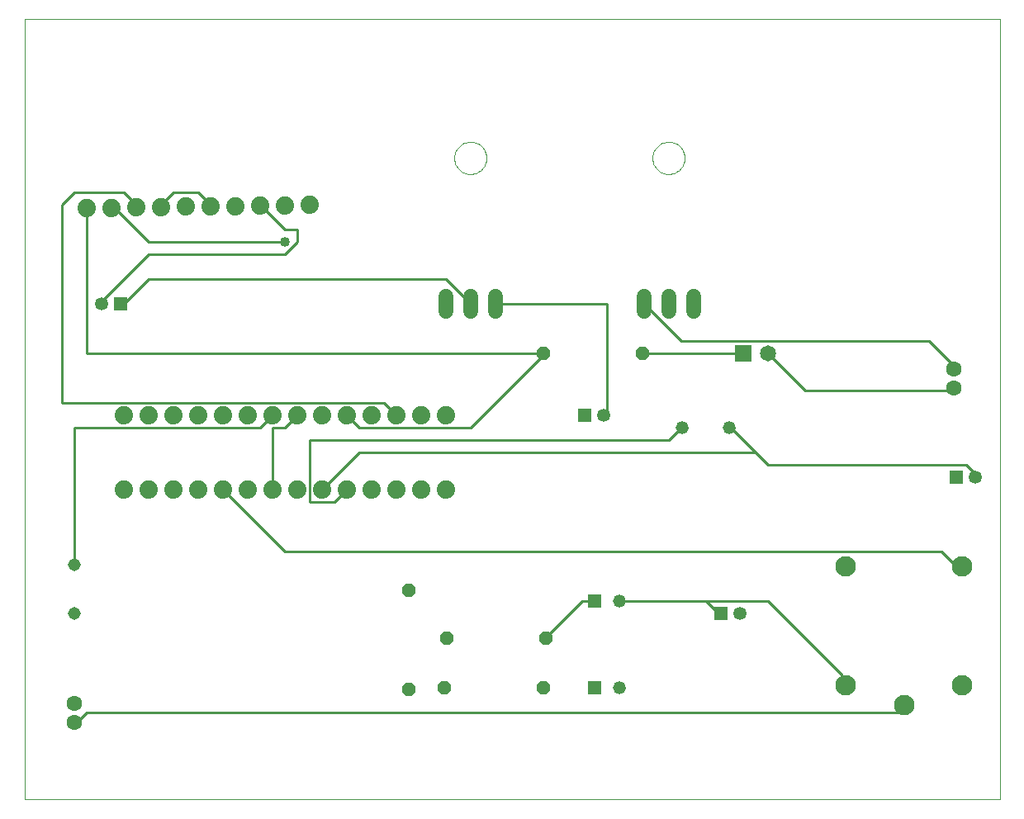
<source format=gbl>
G75*
%MOIN*%
%OFA0B0*%
%FSLAX24Y24*%
%IPPOS*%
%LPD*%
%AMOC8*
5,1,8,0,0,1.08239X$1,22.5*
%
%ADD10C,0.0000*%
%ADD11C,0.0740*%
%ADD12C,0.0630*%
%ADD13C,0.0600*%
%ADD14C,0.0515*%
%ADD15C,0.0520*%
%ADD16R,0.0531X0.0531*%
%ADD17C,0.0531*%
%ADD18OC8,0.0520*%
%ADD19R,0.0520X0.0520*%
%ADD20R,0.0650X0.0650*%
%ADD21C,0.0650*%
%ADD22C,0.0827*%
%ADD23C,0.0100*%
%ADD24C,0.0400*%
D10*
X004150Y000100D02*
X004150Y031596D01*
X043520Y031596D01*
X043520Y000100D01*
X004150Y000100D01*
X021500Y026000D02*
X021502Y026050D01*
X021508Y026100D01*
X021518Y026150D01*
X021531Y026198D01*
X021548Y026246D01*
X021569Y026292D01*
X021593Y026336D01*
X021621Y026378D01*
X021652Y026418D01*
X021686Y026455D01*
X021723Y026490D01*
X021762Y026521D01*
X021803Y026550D01*
X021847Y026575D01*
X021893Y026597D01*
X021940Y026615D01*
X021988Y026629D01*
X022037Y026640D01*
X022087Y026647D01*
X022137Y026650D01*
X022188Y026649D01*
X022238Y026644D01*
X022288Y026635D01*
X022336Y026623D01*
X022384Y026606D01*
X022430Y026586D01*
X022475Y026563D01*
X022518Y026536D01*
X022558Y026506D01*
X022596Y026473D01*
X022631Y026437D01*
X022664Y026398D01*
X022693Y026357D01*
X022719Y026314D01*
X022742Y026269D01*
X022761Y026222D01*
X022776Y026174D01*
X022788Y026125D01*
X022796Y026075D01*
X022800Y026025D01*
X022800Y025975D01*
X022796Y025925D01*
X022788Y025875D01*
X022776Y025826D01*
X022761Y025778D01*
X022742Y025731D01*
X022719Y025686D01*
X022693Y025643D01*
X022664Y025602D01*
X022631Y025563D01*
X022596Y025527D01*
X022558Y025494D01*
X022518Y025464D01*
X022475Y025437D01*
X022430Y025414D01*
X022384Y025394D01*
X022336Y025377D01*
X022288Y025365D01*
X022238Y025356D01*
X022188Y025351D01*
X022137Y025350D01*
X022087Y025353D01*
X022037Y025360D01*
X021988Y025371D01*
X021940Y025385D01*
X021893Y025403D01*
X021847Y025425D01*
X021803Y025450D01*
X021762Y025479D01*
X021723Y025510D01*
X021686Y025545D01*
X021652Y025582D01*
X021621Y025622D01*
X021593Y025664D01*
X021569Y025708D01*
X021548Y025754D01*
X021531Y025802D01*
X021518Y025850D01*
X021508Y025900D01*
X021502Y025950D01*
X021500Y026000D01*
X029500Y026000D02*
X029502Y026050D01*
X029508Y026100D01*
X029518Y026150D01*
X029531Y026198D01*
X029548Y026246D01*
X029569Y026292D01*
X029593Y026336D01*
X029621Y026378D01*
X029652Y026418D01*
X029686Y026455D01*
X029723Y026490D01*
X029762Y026521D01*
X029803Y026550D01*
X029847Y026575D01*
X029893Y026597D01*
X029940Y026615D01*
X029988Y026629D01*
X030037Y026640D01*
X030087Y026647D01*
X030137Y026650D01*
X030188Y026649D01*
X030238Y026644D01*
X030288Y026635D01*
X030336Y026623D01*
X030384Y026606D01*
X030430Y026586D01*
X030475Y026563D01*
X030518Y026536D01*
X030558Y026506D01*
X030596Y026473D01*
X030631Y026437D01*
X030664Y026398D01*
X030693Y026357D01*
X030719Y026314D01*
X030742Y026269D01*
X030761Y026222D01*
X030776Y026174D01*
X030788Y026125D01*
X030796Y026075D01*
X030800Y026025D01*
X030800Y025975D01*
X030796Y025925D01*
X030788Y025875D01*
X030776Y025826D01*
X030761Y025778D01*
X030742Y025731D01*
X030719Y025686D01*
X030693Y025643D01*
X030664Y025602D01*
X030631Y025563D01*
X030596Y025527D01*
X030558Y025494D01*
X030518Y025464D01*
X030475Y025437D01*
X030430Y025414D01*
X030384Y025394D01*
X030336Y025377D01*
X030288Y025365D01*
X030238Y025356D01*
X030188Y025351D01*
X030137Y025350D01*
X030087Y025353D01*
X030037Y025360D01*
X029988Y025371D01*
X029940Y025385D01*
X029893Y025403D01*
X029847Y025425D01*
X029803Y025450D01*
X029762Y025479D01*
X029723Y025510D01*
X029686Y025545D01*
X029652Y025582D01*
X029621Y025622D01*
X029593Y025664D01*
X029569Y025708D01*
X029548Y025754D01*
X029531Y025802D01*
X029518Y025850D01*
X029508Y025900D01*
X029502Y025950D01*
X029500Y026000D01*
D11*
X015650Y024100D03*
X014650Y024086D03*
X013650Y024072D03*
X012650Y024058D03*
X011650Y024044D03*
X010650Y024030D03*
X009651Y024016D03*
X008651Y024002D03*
X007651Y023988D03*
X006651Y023974D03*
X008150Y015600D03*
X009150Y015600D03*
X010150Y015600D03*
X011150Y015600D03*
X012150Y015600D03*
X013150Y015600D03*
X014150Y015600D03*
X015150Y015600D03*
X016150Y015600D03*
X017150Y015600D03*
X018150Y015600D03*
X019150Y015600D03*
X020150Y015600D03*
X021150Y015600D03*
X021150Y012600D03*
X020150Y012600D03*
X019150Y012600D03*
X018150Y012600D03*
X017150Y012600D03*
X016150Y012600D03*
X015150Y012600D03*
X014150Y012600D03*
X013150Y012600D03*
X012150Y012600D03*
X011150Y012600D03*
X010150Y012600D03*
X009150Y012600D03*
X008150Y012600D03*
D12*
X006150Y003994D03*
X006150Y003206D03*
X041650Y016706D03*
X041650Y017494D03*
D13*
X031150Y019800D02*
X031150Y020400D01*
X030150Y020400D02*
X030150Y019800D01*
X029150Y019800D02*
X029150Y020400D01*
X023150Y020400D02*
X023150Y019800D01*
X022150Y019800D02*
X022150Y020400D01*
X021150Y020400D02*
X021150Y019800D01*
D14*
X006150Y009584D03*
X006150Y007616D03*
D15*
X028150Y008100D03*
X028150Y004600D03*
X030700Y015100D03*
X032600Y015100D03*
D16*
X026756Y015600D03*
X032256Y007600D03*
X041756Y013100D03*
X008044Y020100D03*
D17*
X007256Y020100D03*
X027544Y015600D03*
X033044Y007600D03*
X042544Y013100D03*
D18*
X029100Y018100D03*
X025100Y018100D03*
X019650Y008550D03*
X021200Y006600D03*
X021100Y004600D03*
X019650Y004550D03*
X025100Y004600D03*
X025200Y006600D03*
D19*
X027150Y008100D03*
X027150Y004600D03*
D20*
X033150Y018100D03*
D21*
X034150Y018100D03*
D22*
X037288Y009502D03*
X042012Y009502D03*
X042012Y004698D03*
X039650Y003911D03*
X037288Y004698D03*
D23*
X037150Y005100D01*
X034150Y008100D01*
X031650Y008100D01*
X028150Y008100D01*
X027150Y008100D02*
X026650Y008100D01*
X025150Y006600D01*
X025200Y006600D01*
X031650Y008100D02*
X032150Y007600D01*
X032256Y007600D01*
X039650Y003911D02*
X039650Y003600D01*
X006650Y003600D01*
X006150Y003100D01*
X006150Y003206D01*
X006150Y009584D02*
X006150Y015100D01*
X013650Y015100D01*
X014150Y015600D01*
X014150Y015100D02*
X014650Y015100D01*
X015150Y015600D01*
X014150Y015100D02*
X014150Y012600D01*
X015650Y012100D02*
X015650Y014600D01*
X030150Y014600D01*
X030650Y015100D01*
X030700Y015100D01*
X032600Y015100D02*
X032650Y015100D01*
X033650Y014100D01*
X017650Y014100D01*
X016150Y012600D01*
X015650Y012100D02*
X016650Y012100D01*
X017150Y012600D01*
X017650Y015100D02*
X017150Y015600D01*
X017650Y015100D02*
X022150Y015100D01*
X025150Y018100D01*
X025100Y018100D01*
X006650Y018100D01*
X006650Y024100D01*
X006651Y023974D01*
X006150Y024600D02*
X005650Y024100D01*
X005650Y016100D01*
X018650Y016100D01*
X019150Y015600D01*
X022150Y020100D02*
X021150Y021100D01*
X009150Y021100D01*
X008150Y020100D01*
X008044Y020100D01*
X007256Y020100D02*
X007150Y020100D01*
X009150Y022100D01*
X014650Y022100D01*
X015150Y022600D01*
X015150Y023100D01*
X014650Y023100D01*
X013650Y024100D01*
X013650Y024072D01*
X014650Y022600D02*
X009150Y022600D01*
X007650Y024100D01*
X007651Y023988D01*
X008150Y024600D02*
X006150Y024600D01*
X008150Y024600D02*
X008650Y024100D01*
X008651Y024002D01*
X009651Y024016D02*
X009650Y024100D01*
X010150Y024600D01*
X011150Y024600D01*
X011650Y024100D01*
X011650Y024044D01*
X023150Y020100D02*
X027650Y020100D01*
X027650Y015600D01*
X027544Y015600D01*
X029100Y018100D02*
X033150Y018100D01*
X034150Y018100D02*
X034150Y018100D01*
X035650Y016600D01*
X041650Y016600D01*
X041650Y016706D01*
X041650Y017494D02*
X041650Y017600D01*
X040650Y018600D01*
X030650Y018600D01*
X029150Y020100D01*
X033650Y014100D02*
X034150Y013600D01*
X042150Y013600D01*
X042650Y013100D01*
X042544Y013100D01*
X041150Y010100D02*
X041650Y009600D01*
X042012Y009502D01*
X041150Y010100D02*
X014650Y010100D01*
X012150Y012600D01*
D24*
X014650Y022600D03*
M02*

</source>
